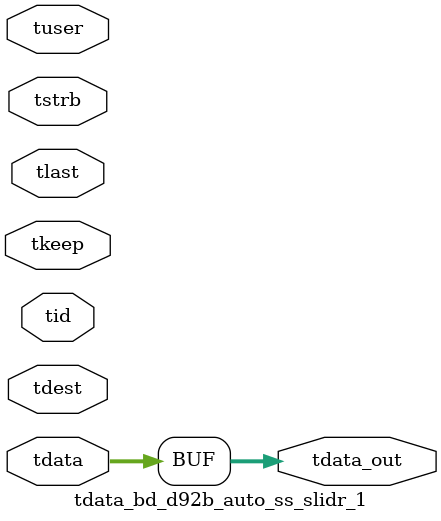
<source format=v>


`timescale 1ps/1ps

module tdata_bd_d92b_auto_ss_slidr_1 #
(
parameter C_S_AXIS_TDATA_WIDTH = 32,
parameter C_S_AXIS_TUSER_WIDTH = 0,
parameter C_S_AXIS_TID_WIDTH   = 0,
parameter C_S_AXIS_TDEST_WIDTH = 0,
parameter C_M_AXIS_TDATA_WIDTH = 32
)
(
input  [(C_S_AXIS_TDATA_WIDTH == 0 ? 1 : C_S_AXIS_TDATA_WIDTH)-1:0     ] tdata,
input  [(C_S_AXIS_TUSER_WIDTH == 0 ? 1 : C_S_AXIS_TUSER_WIDTH)-1:0     ] tuser,
input  [(C_S_AXIS_TID_WIDTH   == 0 ? 1 : C_S_AXIS_TID_WIDTH)-1:0       ] tid,
input  [(C_S_AXIS_TDEST_WIDTH == 0 ? 1 : C_S_AXIS_TDEST_WIDTH)-1:0     ] tdest,
input  [(C_S_AXIS_TDATA_WIDTH/8)-1:0 ] tkeep,
input  [(C_S_AXIS_TDATA_WIDTH/8)-1:0 ] tstrb,
input                                                                    tlast,
output [C_M_AXIS_TDATA_WIDTH-1:0] tdata_out
);

assign tdata_out = {tdata[63:0]};

endmodule


</source>
